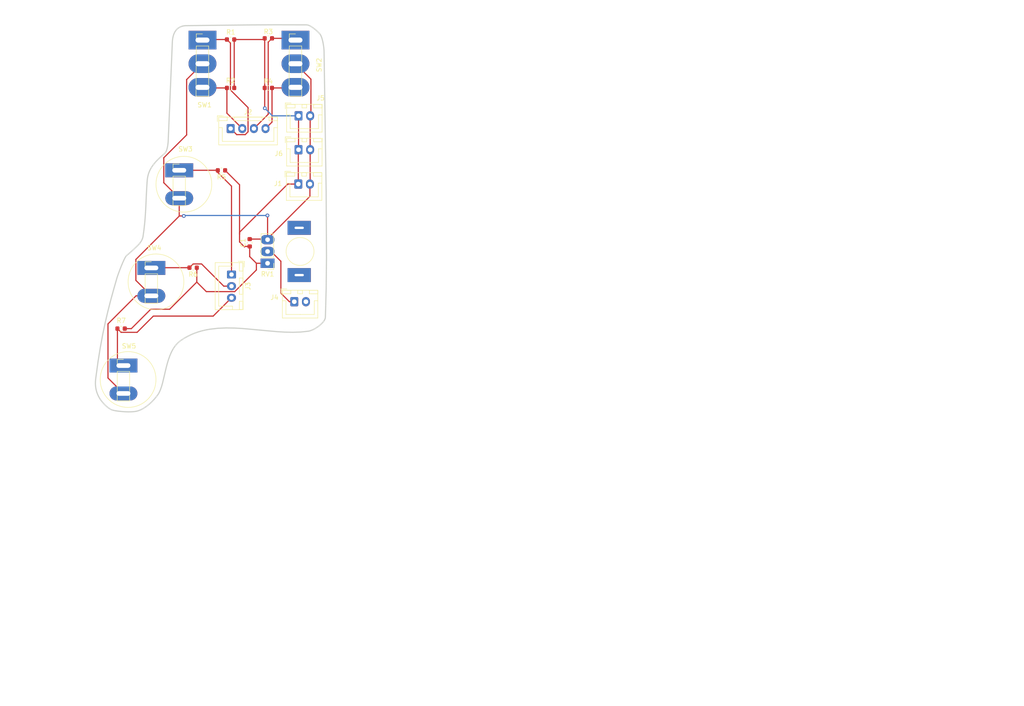
<source format=kicad_pcb>
(kicad_pcb (version 20240225) (generator "pcbnew") (generator_version "8.99")
  (layers (0 "F.Cu" signal) (31 "B.Cu" signal) (34 "B.Paste" user) (35 "F.Paste" user) (36 "B.SilkS" user "B.Silkscreen") (37 "F.SilkS" user "F.Silkscreen") (38 "B.Mask" user) (39 "F.Mask" user) (44 "Edge.Cuts" user))
  (net 0 "")
  (net 1 "GND")
  (net 2 "+3V3")
  (net 3 "Net-(J2-Pin_2)")
  (net 4 "Net-(J2-Pin_4)")
  (net 5 "Net-(J2-Pin_3)")
  (net 6 "Net-(J2-Pin_1)")
  (net 7 "Net-(J3-Pin_3)")
  (net 8 "Net-(J3-Pin_2)")
  (net 9 "Net-(J3-Pin_1)")
  (net 11 "A7")
  (footprint "Remote:Switch_1x02_P6mm" (layer "F.Cu") (at 49 184)
    (property "Reference" "SW4" (at 0.6316 -4.3204 0) (layer "F.SilkS"))
    (property "Value" "SW_Push")
    (fp_line (start -1.39 7.62) (end 1.27 7.62) (stroke (width 0.12)) (layer "F.SilkS"))
    (fp_line (start -1.33 -1.33) (end 0 -1.33) (stroke (width 0.12)) (layer "F.SilkS"))
    (fp_line (start -1.33 0) (end -1.33 -1.33) (stroke (width 0.12)) (layer "F.SilkS"))
    (fp_line (start -1.33 1.27) (end -1.33 7.62) (stroke (width 0.12)) (layer "F.SilkS"))
    (fp_line (start -1.33 1.27) (end 1.33 1.27) (stroke (width 0.12)) (layer "F.SilkS"))
    (fp_line (start 1.33 1.27) (end 1.33 7.62) (stroke (width 0.12)) (layer "F.SilkS"))
    (fp_circle (center 1 3) (end 7 3) (stroke (width 0.12)) (fill none) (layer "F.SilkS"))
    (pad "1" thru_hole rect (at 0 0) (size 6 3) (drill oval 3 1) (layers "*.Cu" "*.Mask") (net 8 "Net-(J3-Pin_2)"))
    (pad "2" thru_hole oval (at 0 6) (size 6 3) (drill oval 3 1) (layers "*.Cu" "*.Mask") (net 1 "GND"))
  )
  (footprint "Remote:Switch_1x02_P6mm" (layer "F.Cu") (at 55 163)
    (property "Reference" "SW3" (at 1.3372 -4.5548 0) (layer "F.SilkS"))
    (property "Value" "SW_Push")
    (fp_line (start -1.39 7.62) (end 1.27 7.62) (stroke (width 0.12)) (layer "F.SilkS"))
    (fp_line (start -1.33 -1.33) (end 0 -1.33) (stroke (width 0.12)) (layer "F.SilkS"))
    (fp_line (start -1.33 0) (end -1.33 -1.33) (stroke (width 0.12)) (layer "F.SilkS"))
    (fp_line (start -1.33 1.27) (end -1.33 7.62) (stroke (width 0.12)) (layer "F.SilkS"))
    (fp_line (start -1.33 1.27) (end 1.33 1.27) (stroke (width 0.12)) (layer "F.SilkS"))
    (fp_line (start 1.33 1.27) (end 1.33 7.62) (stroke (width 0.12)) (layer "F.SilkS"))
    (fp_circle (center 1 3) (end 7 3) (stroke (width 0.12)) (fill none) (layer "F.SilkS"))
    (pad "1" thru_hole rect (at 0 0) (size 6 3) (drill oval 3 1) (layers "*.Cu" "*.Mask") (net 9 "Net-(J3-Pin_1)"))
    (pad "2" thru_hole oval (at 0 6) (size 6 3) (drill oval 3 1) (layers "*.Cu" "*.Mask") (net 1 "GND"))
  )
  (footprint "Resistor_SMD:R_0603_1608Metric" (layer "F.Cu") (at 42.4941 197.0532 180)
    (property "Reference" "R7" (at -0.0255 1.7272 0) (layer "F.SilkS"))
    (property "Value" "10K")
    (fp_line (start -0.162779 0.51) (end 0.162779 0.51) (stroke (width 0.12)) (layer "F.SilkS"))
    (fp_line (start -0.162779 -0.51) (end 0.162779 -0.51) (stroke (width 0.12)) (layer "F.SilkS"))
    (pad "1" smd roundrect (at -0.7875 0 180) (size 0.875 0.95) (layers "F.Cu" "F.Paste" "F.Mask") (net 2 "+3V3"))
    (pad "2" smd roundrect (at 0.7875 0 180) (size 0.875 0.95) (layers "F.Cu" "F.Paste" "F.Mask") (net 7 "Net-(J3-Pin_3)"))
  )
  (footprint "Resistor_SMD:R_0603_1608Metric" (layer "F.Cu") (at 57.9881 183.9468 180)
    (property "Reference" "R6" (at 0 -1.43 0) (layer "F.SilkS"))
    (property "Value" "10K")
    (fp_line (start -0.162779 0.51) (end 0.162779 0.51) (stroke (width 0.12)) (layer "F.SilkS"))
    (fp_line (start -0.162779 -0.51) (end 0.162779 -0.51) (stroke (width 0.12)) (layer "F.SilkS"))
    (pad "1" smd roundrect (at -0.7875 0 180) (size 0.875 0.95) (layers "F.Cu" "F.Paste" "F.Mask") (net 2 "+3V3"))
    (pad "2" smd roundrect (at 0.7875 0 180) (size 0.875 0.95) (layers "F.Cu" "F.Paste" "F.Mask") (net 8 "Net-(J3-Pin_2)"))
  )
  (footprint "Resistor_SMD:R_0603_1608Metric" (layer "F.Cu") (at 64.0843 163.0172 180)
    (property "Reference" "R5" (at 0 -1.43 0) (layer "F.SilkS"))
    (property "Value" "10K")
    (fp_line (start -0.162779 0.51) (end 0.162779 0.51) (stroke (width 0.12)) (layer "F.SilkS"))
    (fp_line (start -0.162779 -0.51) (end 0.162779 -0.51) (stroke (width 0.12)) (layer "F.SilkS"))
    (pad "1" smd roundrect (at -0.7875 0 180) (size 0.875 0.95) (layers "F.Cu" "F.Paste" "F.Mask") (net 2 "+3V3"))
    (pad "2" smd roundrect (at 0.7875 0 180) (size 0.875 0.95) (layers "F.Cu" "F.Paste" "F.Mask") (net 9 "Net-(J3-Pin_1)"))
  )
  (footprint "Resistor_SMD:R_0603_1608Metric" (layer "F.Cu") (at 74.168 145.288)
    (property "Reference" "R4" (at 0 -1.43 0) (layer "F.SilkS"))
    (property "Value" "10k")
    (fp_line (start -0.162779 -0.51) (end 0.162779 -0.51) (stroke (width 0.12)) (layer "F.SilkS"))
    (fp_line (start -0.162779 0.51) (end 0.162779 0.51) (stroke (width 0.12)) (layer "F.SilkS"))
    (pad "1" smd roundrect (at -0.7875 0) (size 0.875 0.95) (layers "F.Cu" "F.Paste" "F.Mask") (net 2 "+3V3"))
    (pad "2" smd roundrect (at 0.7875 0) (size 0.875 0.95) (layers "F.Cu" "F.Paste" "F.Mask") (net 4 "Net-(J2-Pin_4)"))
  )
  (footprint "Resistor_SMD:R_0603_1608Metric" (layer "F.Cu") (at 74.168 134.62)
    (property "Reference" "R3" (at 0 -1.43 0) (layer "F.SilkS"))
    (property "Value" "10k")
    (fp_line (start -0.162779 -0.51) (end 0.162779 -0.51) (stroke (width 0.12)) (layer "F.SilkS"))
    (fp_line (start -0.162779 0.51) (end 0.162779 0.51) (stroke (width 0.12)) (layer "F.SilkS"))
    (pad "1" smd roundrect (at -0.7875 0) (size 0.875 0.95) (layers "F.Cu" "F.Paste" "F.Mask") (net 2 "+3V3"))
    (pad "2" smd roundrect (at 0.7875 0) (size 0.875 0.95) (layers "F.Cu" "F.Paste" "F.Mask") (net 5 "Net-(J2-Pin_3)"))
  )
  (footprint "Resistor_SMD:R_0603_1608Metric" (layer "F.Cu") (at 66.04 145.288 180)
    (property "Reference" "R2" (at 0 1.5748 0) (layer "F.SilkS"))
    (property "Value" "10k")
    (fp_line (start -0.162779 0.51) (end 0.162779 0.51) (stroke (width 0.12)) (layer "F.SilkS"))
    (fp_line (start -0.162779 -0.51) (end 0.162779 -0.51) (stroke (width 0.12)) (layer "F.SilkS"))
    (pad "1" smd roundrect (at -0.7875 0 180) (size 0.875 0.95) (layers "F.Cu" "F.Paste" "F.Mask") (net 2 "+3V3"))
    (pad "2" smd roundrect (at 0.7875 0 180) (size 0.875 0.95) (layers "F.Cu" "F.Paste" "F.Mask") (net 3 "Net-(J2-Pin_2)"))
  )
  (footprint "Resistor_SMD:R_0603_1608Metric" (layer "F.Cu") (at 66.04 134.874 180)
    (property "Reference" "R1" (at -0.0508 1.5748 0) (layer "F.SilkS"))
    (property "Value" "10k")
    (fp_line (start -0.162779 0.51) (end 0.162779 0.51) (stroke (width 0.12)) (layer "F.SilkS"))
    (fp_line (start -0.162779 -0.51) (end 0.162779 -0.51) (stroke (width 0.12)) (layer "F.SilkS"))
    (pad "1" smd roundrect (at -0.7875 0 180) (size 0.875 0.95) (layers "F.Cu" "F.Paste" "F.Mask") (net 2 "+3V3"))
    (pad "2" smd roundrect (at 0.7875 0 180) (size 0.875 0.95) (layers "F.Cu" "F.Paste" "F.Mask") (net 6 "Net-(J2-Pin_1)"))
  )
  (footprint "Remote:Switch_1x03_P5.08mm" (layer "F.Cu") (at 80 135)
    (property "Reference" "SW2" (at 5.09 5.3604 90) (layer "F.SilkS"))
    (property "Value" "SW_SPDT_MSM")
    (fp_line (start -1.39 12.065) (end 1.27 12.065) (stroke (width 0.12)) (layer "F.SilkS"))
    (fp_line (start -1.33 -1.33) (end 0 -1.33) (stroke (width 0.12)) (layer "F.SilkS"))
    (fp_line (start -1.33 0) (end -1.33 -1.33) (stroke (width 0.12)) (layer "F.SilkS"))
    (fp_line (start -1.33 1.27) (end -1.39 12.065) (stroke (width 0.12)) (layer "F.SilkS"))
    (fp_line (start -1.33 1.27) (end 1.33 1.27) (stroke (width 0.12)) (layer "F.SilkS"))
    (fp_line (start 1.33 1.27) (end 1.33 12.065) (stroke (width 0.12)) (layer "F.SilkS"))
    (pad "1" thru_hole rect (at 0 0) (size 6 4) (drill oval 3 1.1) (layers "*.Cu" "*.Mask") (net 5 "Net-(J2-Pin_3)"))
    (pad "2" thru_hole oval (at 0 5.08) (size 6 4) (drill oval 3 1.1) (layers "*.Cu" "*.Mask") (net 1 "GND"))
    (pad "3" thru_hole oval (at 0 10.16) (size 6 4) (drill oval 3 1.1) (layers "*.Cu" "*.Mask") (net 4 "Net-(J2-Pin_4)"))
  )
  (footprint "Remote:Switch_1x03_P5.08mm" (layer "F.Cu") (at 60 135)
    (property "Reference" "SW1" (at 0.452 13.9456 0) (layer "F.SilkS"))
    (property "Value" "SW_SPDT_MSM")
    (fp_line (start -1.39 12.065) (end 1.27 12.065) (stroke (width 0.12)) (layer "F.SilkS"))
    (fp_line (start -1.33 -1.33) (end 0 -1.33) (stroke (width 0.12)) (layer "F.SilkS"))
    (fp_line (start -1.33 0) (end -1.33 -1.33) (stroke (width 0.12)) (layer "F.SilkS"))
    (fp_line (start -1.33 1.27) (end -1.39 12.065) (stroke (width 0.12)) (layer "F.SilkS"))
    (fp_line (start -1.33 1.27) (end 1.33 1.27) (stroke (width 0.12)) (layer "F.SilkS"))
    (fp_line (start 1.33 1.27) (end 1.33 12.065) (stroke (width 0.12)) (layer "F.SilkS"))
    (pad "1" thru_hole rect (at 0 0) (size 6 4) (drill oval 3 1.1) (layers "*.Cu" "*.Mask") (net 6 "Net-(J2-Pin_1)"))
    (pad "2" thru_hole oval (at 0 5.08) (size 6 4) (drill oval 3 1.1) (layers "*.Cu" "*.Mask") (net 1 "GND"))
    (pad "3" thru_hole oval (at 0 10.16) (size 6 4) (drill oval 3 1.1) (layers "*.Cu" "*.Mask") (net 3 "Net-(J2-Pin_2)"))
  )
  (footprint "Remote:Switch_1x02_P6mm" (layer "F.Cu") (at 43 205)
    (property "Reference" "SW5" (at 1.196 -4.1876 0) (layer "F.SilkS"))
    (property "Value" "SW_Push")
    (fp_line (start -1.39 7.62) (end 1.27 7.62) (stroke (width 0.12)) (layer "F.SilkS"))
    (fp_line (start -1.33 -1.33) (end 0 -1.33) (stroke (width 0.12)) (layer "F.SilkS"))
    (fp_line (start -1.33 0) (end -1.33 -1.33) (stroke (width 0.12)) (layer "F.SilkS"))
    (fp_line (start -1.33 1.27) (end -1.33 7.62) (stroke (width 0.12)) (layer "F.SilkS"))
    (fp_line (start -1.33 1.27) (end 1.33 1.27) (stroke (width 0.12)) (layer "F.SilkS"))
    (fp_line (start 1.33 1.27) (end 1.33 7.62) (stroke (width 0.12)) (layer "F.SilkS"))
    (fp_circle (center 1 3) (end 7 3) (stroke (width 0.12)) (fill none) (layer "F.SilkS"))
    (pad "1" thru_hole rect (at 0 0) (size 6 3) (drill oval 3 1) (layers "*.Cu" "*.Mask") (net 7 "Net-(J3-Pin_3)"))
    (pad "2" thru_hole oval (at 0 6) (size 6 3) (drill oval 3 1) (layers "*.Cu" "*.Mask") (net 1 "GND"))
  )
  (footprint "Connector_JST:JST_XH_B4B-XH-A_1x04_P2.50mm_Vertical" (layer "F.Cu") (at 66.0584 154.0256)
    (property "Reference" "J2" (at 3.75 -3.55 0) (layer "F.SilkS"))
    (property "Value" "Conn_01x04")
    (fp_line (start -2.85 -2.75) (end -2.85 -1.5) (stroke (width 0.12)) (layer "F.SilkS"))
    (fp_line (start -2.56 -2.46) (end -2.56 3.51) (stroke (width 0.12)) (layer "F.SilkS"))
    (fp_line (start -2.56 3.51) (end 10.06 3.51) (stroke (width 0.12)) (layer "F.SilkS"))
    (fp_line (start -2.55 -2.45) (end -2.55 -1.7) (stroke (width 0.12)) (layer "F.SilkS"))
    (fp_line (start -2.55 -1.7) (end -0.75 -1.7) (stroke (width 0.12)) (layer "F.SilkS"))
    (fp_line (start -2.55 -0.2) (end -1.8 -0.2) (stroke (width 0.12)) (layer "F.SilkS"))
    (fp_line (start -1.8 -0.2) (end -1.8 2.75) (stroke (width 0.12)) (layer "F.SilkS"))
    (fp_line (start -1.8 2.75) (end 3.75 2.75) (stroke (width 0.12)) (layer "F.SilkS"))
    (fp_line (start -1.6 -2.75) (end -2.85 -2.75) (stroke (width 0.12)) (layer "F.SilkS"))
    (fp_line (start -0.75 -2.45) (end -2.55 -2.45) (stroke (width 0.12)) (layer "F.SilkS"))
    (fp_line (start -0.75 -1.7) (end -0.75 -2.45) (stroke (width 0.12)) (layer "F.SilkS"))
    (fp_line (start 0.75 -2.45) (end 0.75 -1.7) (stroke (width 0.12)) (layer "F.SilkS"))
    (fp_line (start 0.75 -1.7) (end 6.75 -1.7) (stroke (width 0.12)) (layer "F.SilkS"))
    (fp_line (start 6.75 -2.45) (end 0.75 -2.45) (stroke (width 0.12)) (layer "F.SilkS"))
    (fp_line (start 6.75 -1.7) (end 6.75 -2.45) (stroke (width 0.12)) (layer "F.SilkS"))
    (fp_line (start 8.25 -2.45) (end 8.25 -1.7) (stroke (width 0.12)) (layer "F.SilkS"))
    (fp_line (start 8.25 -1.7) (end 10.05 -1.7) (stroke (width 0.12)) (layer "F.SilkS"))
    (fp_line (start 9.3 -0.2) (end 9.3 2.75) (stroke (width 0.12)) (layer "F.SilkS"))
    (fp_line (start 9.3 2.75) (end 3.75 2.75) (stroke (width 0.12)) (layer "F.SilkS"))
    (fp_line (start 10.05 -2.45) (end 8.25 -2.45) (stroke (width 0.12)) (layer "F.SilkS"))
    (fp_line (start 10.05 -1.7) (end 10.05 -2.45) (stroke (width 0.12)) (layer "F.SilkS"))
    (fp_line (start 10.05 -0.2) (end 9.3 -0.2) (stroke (width 0.12)) (layer "F.SilkS"))
    (fp_line (start 10.06 -2.46) (end -2.56 -2.46) (stroke (width 0.12)) (layer "F.SilkS"))
    (fp_line (start 10.06 3.51) (end 10.06 -2.46) (stroke (width 0.12)) (layer "F.SilkS"))
    (pad "1" thru_hole roundrect (at 0 0) (size 1.7 1.95) (drill 0.95) (layers "*.Cu" "*.Mask") (roundrect_rratio 0.147059) (net 6 "Net-(J2-Pin_1)"))
    (pad "2" thru_hole oval (at 2.5 0) (size 1.7 1.95) (drill 0.95) (layers "*.Cu" "*.Mask") (net 3 "Net-(J2-Pin_2)"))
    (pad "3" thru_hole oval (at 5 0) (size 1.7 1.95) (drill 0.95) (layers "*.Cu" "*.Mask") (net 5 "Net-(J2-Pin_3)"))
    (pad "4" thru_hole oval (at 7.5 0) (size 1.7 1.95) (drill 0.95) (layers "*.Cu" "*.Mask") (net 4 "Net-(J2-Pin_4)"))
  )
  (footprint "MountingHole:MountingHole_3.2mm_M3" (layer "F.Cu") (at 50 200)
    (property "Reference" "H2" (hide yes))
    (property "Value" "MountingHole")
    (pad "" np_thru_hole circle (at 0 0) (size 3.2 3.2) (drill 3.2) (layers "*.Cu" "*.Mask"))
  )
  (footprint "MountingHole:MountingHole_3.2mm_M3" (layer "F.Cu") (at 70 165)
    (property "Reference" "H1" (hide yes))
    (property "Value" "MountingHole")
    (pad "" np_thru_hole circle (at 0 0) (size 3.2 3.2) (drill 3.2) (layers "*.Cu" "*.Mask"))
  )
  (footprint "MountingHole:MountingHole_3.2mm_M3" (layer "F.Cu") (at 55 177)
    (property "Reference" "H3" (hide yes))
    (property "Value" "MountingHole")
    (pad "" np_thru_hole circle (at 0 0) (size 3.2 3.2) (drill 3.2) (layers "*.Cu" "*.Mask"))
  )
  (footprint "MountingHole:MountingHole_3.2mm_M3" (layer "F.Cu") (at 70 140)
    (property "Reference" "H4" (hide yes))
    (property "Value" "MountingHole")
    (pad "" np_thru_hole circle (at 0 0) (size 3.2 3.2) (drill 3.2) (layers "*.Cu" "*.Mask"))
  )
  (footprint "Remote:Potentiometer_6mm_axis_square" (layer "F.Cu") (at 74 183 180)
    (property "Reference" "RV1" (at 0 -2.33 0) (layer "F.SilkS"))
    (property "Value" "POT")
    (fp_line (start 1.39 1.27) (end 1.39 6.35) (stroke (width 0.12)) (layer "F.SilkS"))
    (fp_line (start -1.27 6.35) (end 1.39 6.35) (stroke (width 0.12)) (layer "F.SilkS"))
    (fp_line (start -1.33 1.27) (end 1.33 1.27) (stroke (width 0.12)) (layer "F.SilkS"))
    (fp_line (start -1.33 1.27) (end -1.27 6.35) (stroke (width 0.12)) (layer "F.SilkS"))
    (fp_line (start -1.33 0) (end -1.33 -1.33) (stroke (width 0.12)) (layer "F.SilkS"))
    (fp_line (start -1.33 -1.33) (end 0 -1.33) (stroke (width 0.12)) (layer "F.SilkS"))
    (fp_circle (center -6.985 2.54) (end -3.985 2.54) (stroke (width 0.12)) (fill none) (layer "F.SilkS"))
    (pad "" np_thru_hole rect (at -6.8 -2.54 180) (size 5 3) (drill oval 2 0.5) (layers "*.Cu" "*.Mask"))
    (pad "" np_thru_hole rect (at -6.8 7.62 180) (size 5 3) (drill oval 2 0.5) (layers "*.Cu" "*.Mask"))
    (pad "1" thru_hole rect (at 0 0 180) (size 3 2) (drill 1) (layers "*.Cu" "*.Mask") (net 2 "+3V3"))
    (pad "2" thru_hole oval (at 0 2.54 180) (size 3 2) (drill 1) (layers "*.Cu" "*.Mask") (net 11 "A7"))
    (pad "3" thru_hole oval (at 0 5.08 180) (size 3 2) (drill 1) (layers "*.Cu" "*.Mask") (net 1 "GND"))
  )
  (footprint "Connector_JST:JST_XH_B2B-XH-A_1x02_P2.50mm_Vertical" (layer "F.Cu") (at 80.6088 165.9636)
    (property "Reference" "J1" (at -4.358 -0.1016 0) (layer "F.SilkS"))
    (property "Value" "3V3 IN")
    (fp_line (start -2.85 -2.75) (end -2.85 -1.5) (stroke (width 0.12)) (layer "F.SilkS"))
    (fp_line (start -2.56 -2.46) (end -2.56 3.51) (stroke (width 0.12)) (layer "F.SilkS"))
    (fp_line (start -2.56 3.51) (end 5.06 3.51) (stroke (width 0.12)) (layer "F.SilkS"))
    (fp_line (start -2.55 -2.45) (end -2.55 -1.7) (stroke (width 0.12)) (layer "F.SilkS"))
    (fp_line (start -2.55 -1.7) (end -0.75 -1.7) (stroke (width 0.12)) (layer "F.SilkS"))
    (fp_line (start -2.55 -0.2) (end -1.8 -0.2) (stroke (width 0.12)) (layer "F.SilkS"))
    (fp_line (start -1.8 -0.2) (end -1.8 2.75) (stroke (width 0.12)) (layer "F.SilkS"))
    (fp_line (start -1.8 2.75) (end 1.25 2.75) (stroke (width 0.12)) (layer "F.SilkS"))
    (fp_line (start -1.6 -2.75) (end -2.85 -2.75) (stroke (width 0.12)) (layer "F.SilkS"))
    (fp_line (start -0.75 -2.45) (end -2.55 -2.45) (stroke (width 0.12)) (layer "F.SilkS"))
    (fp_line (start -0.75 -1.7) (end -0.75 -2.45) (stroke (width 0.12)) (layer "F.SilkS"))
    (fp_line (start 0.75 -2.45) (end 0.75 -1.7) (stroke (width 0.12)) (layer "F.SilkS"))
    (fp_line (start 0.75 -1.7) (end 1.75 -1.7) (stroke (width 0.12)) (layer "F.SilkS"))
    (fp_line (start 1.75 -2.45) (end 0.75 -2.45) (stroke (width 0.12)) (layer "F.SilkS"))
    (fp_line (start 1.75 -1.7) (end 1.75 -2.45) (stroke (width 0.12)) (layer "F.SilkS"))
    (fp_line (start 3.25 -2.45) (end 3.25 -1.7) (stroke (width 0.12)) (layer "F.SilkS"))
    (fp_line (start 3.25 -1.7) (end 5.05 -1.7) (stroke (width 0.12)) (layer "F.SilkS"))
    (fp_line (start 4.3 -0.2) (end 4.3 2.75) (stroke (width 0.12)) (layer "F.SilkS"))
    (fp_line (start 4.3 2.75) (end 1.25 2.75) (stroke (width 0.12)) (layer "F.SilkS"))
    (fp_line (start 5.05 -2.45) (end 3.25 -2.45) (stroke (width 0.12)) (layer "F.SilkS"))
    (fp_line (start 5.05 -1.7) (end 5.05 -2.45) (stroke (width 0.12)) (layer "F.SilkS"))
    (fp_line (start 5.05 -0.2) (end 4.3 -0.2) (stroke (width 0.12)) (layer "F.SilkS"))
    (fp_line (start 5.06 -2.46) (end -2.56 -2.46) (stroke (width 0.12)) (layer "F.SilkS"))
    (fp_line (start 5.06 3.51) (end 5.06 -2.46) (stroke (width 0.12)) (layer "F.SilkS"))
    (pad "1" thru_hole roundrect (at 0 0) (size 1.7 2) (drill 1) (layers "*.Cu" "*.Mask") (roundrect_rratio 0.147059) (net 2 "+3V3"))
    (pad "2" thru_hole oval (at 2.5 0) (size 1.7 2) (drill 1) (layers "*.Cu" "*.Mask") (net 1 "GND"))
  )
  (footprint "Connector_JST:JST_XH_B3B-XH-A_1x03_P2.50mm_Vertical" (layer "F.Cu") (at 66.2432 185.42 -90)
    (property "Reference" "J3" (at 2.5 -3.55 90) (layer "F.SilkS"))
    (property "Value" "Conn_01x03")
    (fp_line (start -2.56 3.51) (end 7.56 3.51) (stroke (width 0.12)) (layer "F.SilkS"))
    (fp_line (start 7.56 3.51) (end 7.56 -2.46) (stroke (width 0.12)) (layer "F.SilkS"))
    (fp_line (start -1.8 2.75) (end 2.5 2.75) (stroke (width 0.12)) (layer "F.SilkS"))
    (fp_line (start 6.8 2.75) (end 2.5 2.75) (stroke (width 0.12)) (layer "F.SilkS"))
    (fp_line (start -2.55 -0.2) (end -1.8 -0.2) (stroke (width 0.12)) (layer "F.SilkS"))
    (fp_line (start -1.8 -0.2) (end -1.8 2.75) (stroke (width 0.12)) (layer "F.SilkS"))
    (fp_line (start 6.8 -0.2) (end 6.8 2.75) (stroke (width 0.12)) (layer "F.SilkS"))
    (fp_line (start 7.55 -0.2) (end 6.8 -0.2) (stroke (width 0.12)) (layer "F.SilkS"))
    (fp_line (start -2.55 -1.7) (end -0.75 -1.7) (stroke (width 0.12)) (layer "F.SilkS"))
    (fp_line (start -0.75 -1.7) (end -0.75 -2.45) (stroke (width 0.12)) (layer "F.SilkS"))
    (fp_line (start 0.75 -1.7) (end 4.25 -1.7) (stroke (width 0.12)) (layer "F.SilkS"))
    (fp_line (start 4.25 -1.7) (end 4.25 -2.45) (stroke (width 0.12)) (layer "F.SilkS"))
    (fp_line (start 5.75 -1.7) (end 7.55 -1.7) (stroke (width 0.12)) (layer "F.SilkS"))
    (fp_line (start 7.55 -1.7) (end 7.55 -2.45) (stroke (width 0.12)) (layer "F.SilkS"))
    (fp_line (start -2.55 -2.45) (end -2.55 -1.7) (stroke (width 0.12)) (layer "F.SilkS"))
    (fp_line (start -0.75 -2.45) (end -2.55 -2.45) (stroke (width 0.12)) (layer "F.SilkS"))
    (fp_line (start 0.75 -2.45) (end 0.75 -1.7) (stroke (width 0.12)) (layer "F.SilkS"))
    (fp_line (start 4.25 -2.45) (end 0.75 -2.45) (stroke (width 0.12)) (layer "F.SilkS"))
    (fp_line (start 5.75 -2.45) (end 5.75 -1.7) (stroke (width 0.12)) (layer "F.SilkS"))
    (fp_line (start 7.55 -2.45) (end 5.75 -2.45) (stroke (width 0.12)) (layer "F.SilkS"))
    (fp_line (start -2.56 -2.46) (end -2.56 3.51) (stroke (width 0.12)) (layer "F.SilkS"))
    (fp_line (start 7.56 -2.46) (end -2.56 -2.46) (stroke (width 0.12)) (layer "F.SilkS"))
    (fp_line (start -2.85 -2.75) (end -2.85 -1.5) (stroke (width 0.12)) (layer "F.SilkS"))
    (fp_line (start -1.6 -2.75) (end -2.85 -2.75) (stroke (width 0.12)) (layer "F.SilkS"))
    (pad "1" thru_hole roundrect (at 0 0 270) (size 1.7 1.95) (drill 0.95) (layers "*.Cu" "*.Mask") (roundrect_rratio 0.147059) (net 9 "Net-(J3-Pin_1)"))
    (pad "2" thru_hole oval (at 2.5 0 270) (size 1.7 1.95) (drill 0.95) (layers "*.Cu" "*.Mask") (net 8 "Net-(J3-Pin_2)"))
    (pad "3" thru_hole oval (at 5 0 270) (size 1.7 1.95) (drill 0.95) (layers "*.Cu" "*.Mask") (net 7 "Net-(J3-Pin_3)"))
  )
  (footprint "Connector_JST:JST_XH_B2B-XH-A_1x02_P2.50mm_Vertical" (layer "F.Cu") (at 80.6596 158.5722)
    (property "Reference" "J6" (at -4.2564 0.8382 0) (layer "F.SilkS"))
    (property "Value" "STICK POWER")
    (fp_line (start -2.85 -2.75) (end -2.85 -1.5) (stroke (width 0.12)) (layer "F.SilkS"))
    (fp_line (start -2.56 -2.46) (end -2.56 3.51) (stroke (width 0.12)) (layer "F.SilkS"))
    (fp_line (start -2.56 3.51) (end 5.06 3.51) (stroke (width 0.12)) (layer "F.SilkS"))
    (fp_line (start -2.55 -2.45) (end -2.55 -1.7) (stroke (width 0.12)) (layer "F.SilkS"))
    (fp_line (start -2.55 -1.7) (end -0.75 -1.7) (stroke (width 0.12)) (layer "F.SilkS"))
    (fp_line (start -2.55 -0.2) (end -1.8 -0.2) (stroke (width 0.12)) (layer "F.SilkS"))
    (fp_line (start -1.8 -0.2) (end -1.8 2.75) (stroke (width 0.12)) (layer "F.SilkS"))
    (fp_line (start -1.8 2.75) (end 1.25 2.75) (stroke (width 0.12)) (layer "F.SilkS"))
    (fp_line (start -1.6 -2.75) (end -2.85 -2.75) (stroke (width 0.12)) (layer "F.SilkS"))
    (fp_line (start -0.75 -2.45) (end -2.55 -2.45) (stroke (width 0.12)) (layer "F.SilkS"))
    (fp_line (start -0.75 -1.7) (end -0.75 -2.45) (stroke (width 0.12)) (layer "F.SilkS"))
    (fp_line (start 0.75 -2.45) (end 0.75 -1.7) (stroke (width 0.12)) (layer "F.SilkS"))
    (fp_line (start 0.75 -1.7) (end 1.75 -1.7) (stroke (width 0.12)) (layer "F.SilkS"))
    (fp_line (start 1.75 -2.45) (end 0.75 -2.45) (stroke (width 0.12)) (layer "F.SilkS"))
    (fp_line (start 1.75 -1.7) (end 1.75 -2.45) (stroke (width 0.12)) (layer "F.SilkS"))
    (fp_line (start 3.25 -2.45) (end 3.25 -1.7) (stroke (width 0.12)) (layer "F.SilkS"))
    (fp_line (start 3.25 -1.7) (end 5.05 -1.7) (stroke (width 0.12)) (layer "F.SilkS"))
    (fp_line (start 4.3 -0.2) (end 4.3 2.75) (stroke (width 0.12)) (layer "F.SilkS"))
    (fp_line (start 4.3 2.75) (end 1.25 2.75) (stroke (width 0.12)) (layer "F.SilkS"))
    (fp_line (start 5.05 -2.45) (end 3.25 -2.45) (stroke (width 0.12)) (layer "F.SilkS"))
    (fp_line (start 5.05 -1.7) (end 5.05 -2.45) (stroke (width 0.12)) (layer "F.SilkS"))
    (fp_line (start 5.05 -0.2) (end 4.3 -0.2) (stroke (width 0.12)) (layer "F.SilkS"))
    (fp_line (start 5.06 -2.46) (end -2.56 -2.46) (stroke (width 0.12)) (layer "F.SilkS"))
    (fp_line (start 5.06 3.51) (end 5.06 -2.46) (stroke (width 0.12)) (layer "F.SilkS"))
    (pad "1" thru_hole roundrect (at 0 0) (size 1.7 2) (drill 1) (layers "*.Cu" "*.Mask") (roundrect_rratio 0.147059) (net 2 "+3V3"))
    (pad "2" thru_hole oval (at 2.5 0) (size 1.7 2) (drill 1) (layers "*.Cu" "*.Mask") (net 1 "GND"))
  )
  (footprint "Capacitor_SMD:C_0603_1608Metric" (layer "F.Cu") (at 70.1548 178.5875 90)
    (property "Reference" "C1" (at 0 -1.43 90) (layer "F.SilkS"))
    (property "Value" "100n")
    (fp_line (start -0.162779 -0.51) (end 0.162779 -0.51) (stroke (width 0.12)) (layer "F.SilkS"))
    (fp_line (start -0.162779 0.51) (end 0.162779 0.51) (stroke (width 0.12)) (layer "F.SilkS"))
    (pad "1" smd roundrect (at -0.7875 0 90) (size 0.875 0.95) (layers "F.Cu" "F.Paste" "F.Mask") (net 2 "+3V3"))
    (pad "2" smd roundrect (at 0.7875 0 90) (size 0.875 0.95) (layers "F.Cu" "F.Paste" "F.Mask") (net 1 "GND"))
  )
  (footprint "Connector_JST:JST_XH_B2B-XH-A_1x02_P2.50mm_Vertical" (layer "F.Cu") (at 80.6596 151.2824)
    (property "Reference" "J5" (at 4.7352 -3.81 0) (layer "F.SilkS"))
    (property "Value" "3V3 OUT")
    (fp_line (start -2.85 -2.75) (end -2.85 -1.5) (stroke (width 0.12)) (layer "F.SilkS"))
    (fp_line (start -2.56 -2.46) (end -2.56 3.51) (stroke (width 0.12)) (layer "F.SilkS"))
    (fp_line (start -2.56 3.51) (end 5.06 3.51) (stroke (width 0.12)) (layer "F.SilkS"))
    (fp_line (start -2.55 -2.45) (end -2.55 -1.7) (stroke (width 0.12)) (layer "F.SilkS"))
    (fp_line (start -2.55 -1.7) (end -0.75 -1.7) (stroke (width 0.12)) (layer "F.SilkS"))
    (fp_line (start -2.55 -0.2) (end -1.8 -0.2) (stroke (width 0.12)) (layer "F.SilkS"))
    (fp_line (start -1.8 -0.2) (end -1.8 2.75) (stroke (width 0.12)) (layer "F.SilkS"))
    (fp_line (start -1.8 2.75) (end 1.25 2.75) (stroke (width 0.12)) (layer "F.SilkS"))
    (fp_line (start -1.6 -2.75) (end -2.85 -2.75) (stroke (width 0.12)) (layer "F.SilkS"))
    (fp_line (start -0.75 -2.45) (end -2.55 -2.45) (stroke (width 0.12)) (layer "F.SilkS"))
    (fp_line (start -0.75 -1.7) (end -0.75 -2.45) (stroke (width 0.12)) (layer "F.SilkS"))
    (fp_line (start 0.75 -2.45) (end 0.75 -1.7) (stroke (width 0.12)) (layer "F.SilkS"))
    (fp_line (start 0.75 -1.7) (end 1.75 -1.7) (stroke (width 0.12)) (layer "F.SilkS"))
    (fp_line (start 1.75 -2.45) (end 0.75 -2.45) (stroke (width 0.12)) (layer "F.SilkS"))
    (fp_line (start 1.75 -1.7) (end 1.75 -2.45) (stroke (width 0.12)) (layer "F.SilkS"))
    (fp_line (start 3.25 -2.45) (end 3.25 -1.7) (stroke (width 0.12)) (layer "F.SilkS"))
    (fp_line (start 3.25 -1.7) (end 5.05 -1.7) (stroke (width 0.12)) (layer "F.SilkS"))
    (fp_line (start 4.3 -0.2) (end 4.3 2.75) (stroke (width 0.12)) (layer "F.SilkS"))
    (fp_line (start 4.3 2.75) (end 1.25 2.75) (stroke (width 0.12)) (layer "F.SilkS"))
    (fp_line (start 5.05 -2.45) (end 3.25 -2.45) (stroke (width 0.12)) (layer "F.SilkS"))
    (fp_line (start 5.05 -1.7) (end 5.05 -2.45) (stroke (width 0.12)) (layer "F.SilkS"))
    (fp_line (start 5.05 -0.2) (end 4.3 -0.2) (stroke (width 0.12)) (layer "F.SilkS"))
    (fp_line (start 5.06 -2.46) (end -2.56 -2.46) (stroke (width 0.12)) (layer "F.SilkS"))
    (fp_line (start 5.06 3.51) (end 5.06 -2.46) (stroke (width 0.12)) (layer "F.SilkS"))
    (pad "1" thru_hole roundrect (at 0 0) (size 1.7 2) (drill 1) (layers "*.Cu" "*.Mask") (roundrect_rratio 0.147059) (net 2 "+3V3"))
    (pad "2" thru_hole oval (at 2.5 0) (size 1.7 2) (drill 1) (layers "*.Cu" "*.Mask") (net 1 "GND"))
  )
  (footprint "Connector_JST:JST_XH_B2B-XH-A_1x02_P2.50mm_Vertical" (layer "F.Cu") (at 79.7452 191.262)
    (property "Reference" "J4" (at -4.2564 -0.9144 0) (layer "F.SilkS"))
    (property "Value" "Conn_01x02")
    (fp_line (start -2.85 -2.75) (end -2.85 -1.5) (stroke (width 0.12)) (layer "F.SilkS"))
    (fp_line (start -2.56 -2.46) (end -2.56 3.51) (stroke (width 0.12)) (layer "F.SilkS"))
    (fp_line (start -2.56 3.51) (end 5.06 3.51) (stroke (width 0.12)) (layer "F.SilkS"))
    (fp_line (start -2.55 -2.45) (end -2.55 -1.7) (stroke (width 0.12)) (layer "F.SilkS"))
    (fp_line (start -2.55 -1.7) (end -0.75 -1.7) (stroke (width 0.12)) (layer "F.SilkS"))
    (fp_line (start -2.55 -0.2) (end -1.8 -0.2) (stroke (width 0.12)) (layer "F.SilkS"))
    (fp_line (start -1.8 -0.2) (end -1.8 2.75) (stroke (width 0.12)) (layer "F.SilkS"))
    (fp_line (start -1.8 2.75) (end 1.25 2.75) (stroke (width 0.12)) (layer "F.SilkS"))
    (fp_line (start -1.6 -2.75) (end -2.85 -2.75) (stroke (width 0.12)) (layer "F.SilkS"))
    (fp_line (start -0.75 -2.45) (end -2.55 -2.45) (stroke (width 0.12)) (layer "F.SilkS"))
    (fp_line (start -0.75 -1.7) (end -0.75 -2.45) (stroke (width 0.12)) (layer "F.SilkS"))
    (fp_line (start 0.75 -2.45) (end 0.75 -1.7) (stroke (width 0.12)) (layer "F.SilkS"))
    (fp_line (start 0.75 -1.7) (end 1.75 -1.7) (stroke (width 0.12)) (layer "F.SilkS"))
    (fp_line (start 1.75 -2.45) (end 0.75 -2.45) (stroke (width 0.12)) (layer "F.SilkS"))
    (fp_line (start 1.75 -1.7) (end 1.75 -2.45) (stroke (width 0.12)) (layer "F.SilkS"))
    (fp_line (start 3.25 -2.45) (end 3.25 -1.7) (stroke (width 0.12)) (layer "F.SilkS"))
    (fp_line (start 3.25 -1.7) (end 5.05 -1.7) (stroke (width 0.12)) (layer "F.SilkS"))
    (fp_line (start 4.3 -0.2) (end 4.3 2.75) (stroke (width 0.12)) (layer "F.SilkS"))
    (fp_line (start 4.3 2.75) (end 1.25 2.75) (stroke (width 0.12)) (layer "F.SilkS"))
    (fp_line (start 5.05 -2.45) (end 3.25 -2.45) (stroke (width 0.12)) (layer "F.SilkS"))
    (fp_line (start 5.05 -1.7) (end 5.05 -2.45) (stroke (width 0.12)) (layer "F.SilkS"))
    (fp_line (start 5.05 -0.2) (end 4.3 -0.2) (stroke (width 0.12)) (layer "F.SilkS"))
    (fp_line (start 5.06 -2.46) (end -2.56 -2.46) (stroke (width 0.12)) (layer "F.SilkS"))
    (fp_line (start 5.06 3.51) (end 5.06 -2.46) (stroke (width 0.12)) (layer "F.SilkS"))
    (pad "1" thru_hole roundrect (at 0 0) (size 1.7 2) (drill 1) (layers "*.Cu" "*.Mask") (roundrect_rratio 0.147059) (net 11 "A7"))
    (pad "2" thru_hole oval (at 2.5 0) (size 1.7 2) (drill 1) (layers "*.Cu" "*.Mask"))
  )
  (gr_poly (pts (xy 82.388831 131.722828) (xy 82.469931 131.727177) (xy 82.55425 131.738793) (xy 82.641516 131.757314) (xy 82.73146 131.782378) (xy 82.823812 131.813622) (xy 82.918302 131.850685) (xy 83.112613 131.94082) (xy 83.312232 132.049886) (xy 83.514999 132.174988) (xy 83.718751 132.313231) (xy 83.921329 132.461718) (xy 84.120569 132.617554) (xy 84.314312 132.777843) (xy 84.500395 132.93969) (xy 84.676658 133.100198) (xy 84.840939 133.256473) (xy 84.991077 133.405618) (xy 85.124911 133.544738) (xy 85.240279 133.670937) (xy 85.292543 133.735186) (xy 85.343432 133.808259) (xy 85.441019 133.978692) (xy 85.532905 134.177866) (xy 85.618958 134.401409) (xy 85.699041 134.64495) (xy 85.773022 134.904117) (xy 85.840765 135.17454) (xy 85.902137 135.451846) (xy 85.957004 135.731665) (xy 86.00523 136.009626) (xy 86.081225 136.542486) (xy 86.129049 137.015457) (xy 86.147628 137.393569) (xy 86.598935 167.551548) (xy 86.673307 181.810993) (xy 86.603433 188.426962) (xy 86.435809 194.582764) (xy 86.424478 194.701232) (xy 86.399823 194.821373) (xy 86.362512 194.942865) (xy 86.313213 195.065387) (xy 86.252594 195.188618) (xy 86.181322 195.312236) (xy 86.100065 195.435919) (xy 86.00949 195.559346) (xy 85.803061 195.804147) (xy 85.567376 196.044065) (xy 85.307777 196.27653) (xy 85.029606 196.498969) (xy 84.738205 196.708811) (xy 84.438916 196.903483) (xy 84.137081 197.080414) (xy 83.838041 197.237032) (xy 83.54714 197.370764) (xy 83.269719 197.47904) (xy 83.011119 197.559287) (xy 82.776683 197.608933) (xy 81.127746 197.786925) (xy 79.42957 197.844797) (xy 77.690612 197.806923) (xy 75.919329 197.697675) (xy 68.680088 197.034427) (xy 66.874036 196.933918) (xy 65.086401 196.908277) (xy 63.325641 196.981878) (xy 61.600212 197.179094) (xy 60.75339 197.331675) (xy 59.918572 197.524299) (xy 59.096815 197.760014) (xy 58.289178 198.041866) (xy 57.496715 198.372902) (xy 56.720486 198.756169) (xy 55.961546 199.194714) (xy 55.220954 199.691582) (xy 54.91427 199.932456) (xy 54.628053 200.196598) (xy 54.361267 200.482457) (xy 54.112876 200.788482) (xy 53.881843 201.113123) (xy 53.667133 201.454829) (xy 53.467708 201.81205) (xy 53.282532 202.183235) (xy 52.950784 202.961293) (xy 52.663596 203.776599) (xy 52.412679 204.616749) (xy 52.189742 205.469338) (xy 51.41197 208.755978) (xy 51.204568 209.484686) (xy 50.9754 210.151403) (xy 50.716176 210.743724) (xy 50.572702 211.00811) (xy 50.418605 211.249245) (xy 50.234283 211.496314) (xy 50.050066 211.732459) (xy 49.866164 211.957905) (xy 49.682786 212.17288) (xy 49.500142 212.377611) (xy 49.318441 212.572323) (xy 49.137892 212.757244) (xy 48.958706 212.932601) (xy 48.605256 213.255529) (xy 48.259767 213.54292) (xy 47.923915 213.796588) (xy 47.599375 214.018348) (xy 47.287822 214.210013) (xy 46.990932 214.373398) (xy 46.71038 214.510317) (xy 46.447841 214.622583) (xy 46.204992 214.712011) (xy 45.983507 214.780414) (xy 45.785062 214.829608) (xy 45.611333 214.861405) (xy 45.255577 214.904876) (xy 44.883011 214.934144) (xy 44.498235 214.950403) (xy 44.105852 214.954852) (xy 43.710465 214.948687) (xy 43.316676 214.933106) (xy 42.929085 214.909305) (xy 42.552297 214.878483) (xy 42.190913 214.841835) (xy 41.849534 214.80056) (xy 41.532764 214.755853) (xy 41.245203 214.708913) (xy 40.991456 214.660937) (xy 40.776122 214.613121) (xy 40.603805 214.566662) (xy 40.479107 214.522759) (xy 40.309601 214.44311) (xy 40.138316 214.348282) (xy 39.966116 214.239829) (xy 39.793862 214.119302) (xy 39.622418 213.988256) (xy 39.452645 213.848242) (xy 39.285406 213.700815) (xy 39.121564 213.547527) (xy 38.96198 213.389932) (xy 38.807516 213.229582) (xy 38.659037 213.068031) (xy 38.517402 212.906831) (xy 38.383476 212.747535) (xy 38.25812 212.591698) (xy 38.142197 212.440871) (xy 38.036569 212.296608) (xy 37.866331 212.024519) (xy 37.711656 211.750904) (xy 37.572331 211.475545) (xy 37.448143 211.198223) (xy 37.338877 210.91872) (xy 37.24432 210.636819) (xy 37.164257 210.352301) (xy 37.098477 210.064948) (xy 37.046763 209.774543) (xy 37.008904 209.480866) (xy 36.984685 209.183701) (xy 36.973893 208.882829) (xy 36.976313 208.578031) (xy 36.991732 208.269091) (xy 37.019937 207.95579) (xy 37.060714 207.637909) (xy 37.51905 204.263792) (xy 38.008886 201.191475) (xy 38.530084 198.368478) (xy 39.082503 195.742321) (xy 39.666002 193.260524) (xy 40.280442 190.870609) (xy 40.925682 188.520095) (xy 41.601583 186.156502) (xy 41.722631 185.782278) (xy 41.929402 185.195309) (xy 42.198454 184.469849) (xy 42.50635 183.680148) (xy 42.829649 182.900459) (xy 43.144911 182.205036) (xy 43.292204 181.912127) (xy 43.428698 181.668129) (xy 43.551463 181.482323) (xy 43.606781 181.414143) (xy 43.657569 181.363991) (xy 43.951527 181.114057) (xy 44.259318 180.847625) (xy 44.575509 180.569293) (xy 44.894671 180.283661) (xy 45.21137 179.995327) (xy 45.520177 179.708891) (xy 45.815658 179.428951) (xy 46.092384 179.160107) (xy 46.192802 179.058446) (xy 46.291271 178.95318) (xy 46.387357 178.844458) (xy 46.480626 178.732433) (xy 46.570641 178.617256) (xy 46.656969 178.499078) (xy 46.739175 178.378051) (xy 46.816823 178.254326) (xy 46.889479 178.128053) (xy 46.956709 177.999386) (xy 47.018076 177.868474) (xy 47.073147 177.73547) (xy 47.121487 177.600525) (xy 47.162661 177.46379) (xy 47.196234 177.325416) (xy 47.22177 177.185555) (xy 47.440252 175.576583) (xy 47.599986 174.053771) (xy 47.714738 172.593169) (xy 47.79827 171.170825) (xy 47.926726 168.345105) (xy 47.999176 166.893827) (xy 48.095459 165.385002) (xy 48.127636 165.02968) (xy 48.173696 164.679719) (xy 48.236436 164.333439) (xy 48.318648 163.989163) (xy 48.423128 163.645213) (xy 48.552669 163.299909) (xy 48.710067 162.951574) (xy 48.898114 162.59853) (xy 49.119606 162.239098) (xy 49.377337 161.871599) (xy 49.674101 161.494357) (xy 50.012692 161.105692) (xy 50.395905 160.703925) (xy 50.826534 160.28738) (xy 51.307373 159.854377) (xy 51.841217 159.403238) (xy 51.905444 159.344573) (xy 51.966119 159.277448) (xy 52.023343 159.202541) (xy 52.077213 159.120528) (xy 52.12783 159.032086) (xy 52.175292 158.937892) (xy 52.219699 158.838624) (xy 52.261149 158.734958) (xy 52.335578 158.517138) (xy 52.399373 158.289849) (xy 52.453326 158.058507) (xy 52.498232 157.828525) (xy 52.534883 157.605319) (xy 52.564073 157.394306) (xy 52.603244 157.030513) (xy 52.626964 156.687492) (xy 53.521823 135.360556) (xy 53.542562 135.064718) (xy 53.577649 134.764474) (xy 53.628823 134.463026) (xy 53.697819 134.163573) (xy 53.786376 133.869317) (xy 53.838533 133.725139) (xy 53.896231 133.58346) (xy 53.959688 133.44468) (xy 54.029121 133.309201) (xy 54.104747 133.177421) (xy 54.186784 133.049742) (xy 54.275448 132.926563) (xy 54.370956 132.808284) (xy 54.473527 132.695306) (xy 54.583376 132.588028) (xy 54.700722 132.486851) (xy 54.82578 132.392175) (xy 54.95877 132.3044) (xy 55.099907 132.223926) (xy 55.249408 132.151153) (xy 55.407492 132.086482) (xy 55.574375 132.030312) (xy 55.750274 131.983044) (xy 55.935407 131.945078) (xy 56.12999 131.916813) (xy 56.334241 131.89865) (xy 56.548377 131.89099) (xy 69.677353 131.741015) (xy 75.7575 131.704349)) (stroke (width 0.264582)) (fill none) (layer "Edge.Cuts"))
  (segment (start 55 169) (end 51.675 165.675) (width 0.25) (layer "F.Cu") (net 1))
  (segment (start 39.675 207.675) (end 39.675 196.037) (width 0.25) (layer "F.Cu") (net 1))
  (segment (start 56.5912 155.3972) (end 56.5912 143.4888) (width 0.25) (layer "F.Cu") (net 1))
  (segment (start 73.88 177.8) (end 74 177.92) (width 0.25) (layer "F.Cu") (net 1))
  (segment (start 45.712 190) (end 49 190) (width 0.25) (layer "F.Cu") (net 1))
  (segment (start 39.675 196.037) (end 45.712 190) (width 0.25) (layer "F.Cu") (net 1))
  (segment (start 83.1596 158.5722) (end 83.1596 165.9128) (width 0.25) (layer "F.Cu") (net 1))
  (segment (start 55.0284 172.8216) (end 55 172.85) (width 0.25) (layer "F.Cu") (net 1))
  (segment (start 74 177.92) (end 74 172.7552) (width 0.25) (layer "F.Cu") (net 1))
  (segment (start 56.5912 143.4888) (end 60 140.08) (width 0.25) (layer "F.Cu") (net 1))
  (segment (start 51.675 165.675) (end 51.675 160.3134) (width 0.25) (layer "F.Cu") (net 1))
  (segment (start 70.1548 177.8) (end 73.88 177.8) (width 0.25) (layer "F.Cu") (net 1))
  (segment (start 83.1088 168.6052) (end 83.1088 165.9636) (width 0.25) (layer "F.Cu") (net 1))
  (segment (start 51.675 160.3134) (end 56.5912 155.3972) (width 0.25) (layer "F.Cu") (net 1))
  (segment (start 74 172.7552) (end 73.9648 172.72) (width 0.25) (layer "F.Cu") (net 1))
  (segment (start 55.9816 172.8216) (end 55.0284 172.8216) (width 0.25) (layer "F.Cu") (net 1))
  (segment (start 83.325 151.117) (end 83.1596 151.2824) (width 0.25) (layer "F.Cu") (net 1))
  (segment (start 45.675 186.675) (end 49 190) (width 0.25) (layer "F.Cu") (net 1))
  (segment (start 74 177.92) (end 74 177.714) (width 0.25) (layer "F.Cu") (net 1))
  (segment (start 55 169) (end 55 172.85) (width 0.25) (layer "F.Cu") (net 1))
  (segment (start 43 211) (end 39.675 207.675) (width 0.25) (layer "F.Cu") (net 1))
  (segment (start 83.1596 151.2824) (end 83.1596 158.5722) (width 0.25) (layer "F.Cu") (net 1))
  (segment (start 80 140.08) (end 83.325 143.405) (width 0.25) (layer "F.Cu") (net 1))
  (segment (start 83.325 143.405) (end 83.325 151.117) (width 0.25) (layer "F.Cu") (net 1))
  (segment (start 74 177.714) (end 83.1088 168.6052) (width 0.25) (layer "F.Cu") (net 1))
  (segment (start 83.1596 165.9128) (end 83.1088 165.9636) (width 0.25) (layer "F.Cu") (net 1))
  (segment (start 45.675 182.175) (end 45.675 186.675) (width 0.25) (layer "F.Cu") (net 1))
  (segment (start 55 172.85) (end 45.675 182.175) (width 0.25) (layer "F.Cu") (net 1))
  (via (at 73.9648 172.72) (size 0.8) (drill 0.4) (layers "F.Cu" "B.Cu") (net 1))
  (via (at 55.9816 172.8216) (size 0.8) (drill 0.4) (layers "F.Cu" "B.Cu") (net 1))
  (segment (start 73.9648 172.72) (end 56.0832 172.72) (width 0.25) (layer "B.Cu") (net 1))
  (segment (start 56.0832 172.72) (end 55.9816 172.8216) (width 0.25) (layer "B.Cu") (net 1))
  (segment (start 80.6596 151.2824) (end 80.6596 158.5722) (width 0.25) (layer "F.Cu") (net 2))
  (segment (start 73.3805 145.288) (end 73.3805 149.6313) (width 0.25) (layer "F.Cu") (net 2))
  (segment (start 80.6088 165.9636) (end 80.6088 158.623) (width 0.25) (layer "F.Cu") (net 2))
  (segment (start 67.9704 176.3268) (end 67.9704 176.7332) (width 0.25) (layer "F.Cu") (net 2))
  (segment (start 69.0372 179.4764) (end 69.1386 179.375) (width 0.25) (layer "F.Cu") (net 2))
  (segment (start 80.6088 165.9636) (end 78.3336 165.9636) (width 0.25) (layer "F.Cu") (net 2))
  (segment (start 67.9704 176.7332) (end 67.9704 178.4096) (width 0.25) (layer "F.Cu") (net 2))
  (segment (start 66.8275 145.288) (end 66.8275 134.874) (width 0.25) (layer "F.Cu") (net 2))
  (segment (start 44.704 197.0532) (end 48.8696 192.8876) (width 0.25) (layer "F.Cu") (net 2))
  (segment (start 69.1386 179.375) (end 70.1548 179.375) (width 0.25) (layer "F.Cu") (net 2))
  (segment (start 64.8718 163.0172) (end 67.9704 166.1158) (width 0.25) (layer "F.Cu") (net 2))
  (segment (start 71.5956 184.4364) (end 71.5956 183) (width 0.25) (layer "F.Cu") (net 2))
  (segment (start 78.3336 165.9636) (end 67.9704 176.3268) (width 0.25) (layer "F.Cu") (net 2))
  (segment (start 67.9704 178.4096) (end 69.0372 179.4764) (width 0.25) (layer "F.Cu") (net 2))
  (segment (start 58.7756 187.0456) (end 60.825 189.095) (width 0.25) (layer "F.Cu") (net 2))
  (segment (start 66.8275 134.874) (end 73.1265 134.874) (width 0.25) (layer "F.Cu") (net 2))
  (segment (start 43.2816 197.0532) (end 44.704 197.0532) (width 0.25) (layer "F.Cu") (net 2))
  (segment (start 70.1548 181.5592) (end 71.5956 183) (width 0.25) (layer "F.Cu") (net 2))
  (segment (start 73.3805 134.62) (end 73.3805 145.288) (width 0.25) (layer "F.Cu") (net 2))
  (segment (start 66.937 189.095) (end 71.5956 184.4364) (width 0.25) (layer "F.Cu") (net 2))
  (segment (start 52.9336 192.8876) (end 58.7756 187.0456) (width 0.25) (layer "F.Cu") (net 2))
  (segment (start 58.7756 187.0456) (end 58.7756 183.9468) (width 0.25) (layer "F.Cu") (net 2))
  (segment (start 67.9704 166.1158) (end 67.9704 176.7332) (width 0.25) (layer "F.Cu") (net 2))
  (segment (start 73.1265 134.874) (end 73.3805 134.62) (width 0.25) (layer "F.Cu") (net 2))
  (segment (start 48.8696 192.8876) (end 52.9336 192.8876) (width 0.25) (layer "F.Cu") (net 2))
  (segment (start 73.3805 149.6313) (end 73.406 149.6568) (width 0.25) (layer "F.Cu") (net 2))
  (segment (start 80.6088 158.623) (end 80.6596 158.5722) (width 0.25) (layer "F.Cu") (net 2))
  (segment (start 70.1548 179.375) (end 70.1548 181.5592) (width 0.25) (layer "F.Cu") (net 2))
  (segment (start 60.825 189.095) (end 66.937 189.095) (width 0.25) (layer "F.Cu") (net 2))
  (segment (start 71.5956 183) (end 74 183) (width 0.25) (layer "F.Cu") (net 2))
  (via (at 73.406 149.6568) (size 0.8) (drill 0.4) (layers "F.Cu" "B.Cu") (net 2))
  (segment (start 75.0316 151.2824) (end 80.6596 151.2824) (width 0.25) (layer "B.Cu") (net 2))
  (segment (start 73.406 149.6568) (end 75.0316 151.2824) (width 0.25) (layer "B.Cu") (net 2))
  (segment (start 65.2525 145.288) (end 60.128 145.288) (width 0.25) (layer "F.Cu") (net 3))
  (segment (start 65.2525 145.288) (end 65.2525 150.7197) (width 0.25) (layer "F.Cu") (net 3))
  (segment (start 65.2525 150.7197) (end 68.5584 154.0256) (width 0.25) (layer "F.Cu") (net 3))
  (segment (start 60.128 145.288) (end 60 145.16) (width 0.25) (layer "F.Cu") (net 3))
  (segment (start 79.872 145.288) (end 80 145.16) (width 0.25) (layer "F.Cu") (net 4))
  (segment (start 74.9555 145.288) (end 79.872 145.288) (width 0.25) (layer "F.Cu") (net 4))
  (segment (start 73.5584 154.0256) (end 74.9555 152.6285) (width 0.25) (layer "F.Cu") (net 4))
  (segment (start 74.9555 152.6285) (end 74.9555 145.288) (width 0.25) (layer "F.Cu") (net 4))
  (segment (start 71.0584 154.0256) (end 74.143 150.941) (width 0.25) (layer "F.Cu") (net 5))
  (segment (start 74.143 150.941) (end 74.143 135.4325) (width 0.25) (layer "F.Cu") (net 5))
  (segment (start 79.62 134.62) (end 80 135) (width 0.25) (layer "F.Cu") (net 5))
  (segment (start 74.9555 134.62) (end 79.62 134.62) (width 0.25) (layer "F.Cu") (net 5))
  (segment (start 74.143 135.4325) (end 74.9555 134.62) (width 0.25) (layer "F.Cu") (net 5))
  (segment (start 66.015 135.6365) (end 65.2525 134.874) (width 0.25) (layer "F.Cu") (net 6))
  (segment (start 60.126 134.874) (end 60 135) (width 0.25) (layer "F.Cu") (net 6))
  (segment (start 67.3584 155.3256) (end 69.195101 155.3256) (width 0.25) (layer "F.Cu") (net 6))
  (segment (start 69.195101 155.3256) (end 69.7992 154.721501) (width 0.25) (layer "F.Cu") (net 6))
  (segment (start 69.7992 154.721501) (end 69.7992 149.50974) (width 0.25) (layer "F.Cu") (net 6))
  (segment (start 66.015 145.72554) (end 66.015 135.6365) (width 0.25) (layer "F.Cu") (net 6))
  (segment (start 65.2525 134.874) (end 60.126 134.874) (width 0.25) (layer "F.Cu") (net 6))
  (segment (start 69.7992 149.50974) (end 66.015 145.72554) (width 0.25) (layer "F.Cu") (net 6))
  (segment (start 66.0584 154.0256) (end 67.3584 155.3256) (width 0.25) (layer "F.Cu") (net 6))
  (segment (start 41.7066 203.7066) (end 43 205) (width 0.25) (layer "F.Cu") (net 7))
  (segment (start 62.3024 194.3608) (end 66.2432 190.42) (width 0.25) (layer "F.Cu") (net 7))
  (segment (start 45.936 197.8532) (end 49.4284 194.3608) (width 0.25) (layer "F.Cu") (net 7))
  (segment (start 41.7066 197.0532) (end 41.7066 203.7066) (width 0.25) (layer "F.Cu") (net 7))
  (segment (start 42.5066 197.8532) (end 45.936 197.8532) (width 0.25) (layer "F.Cu") (net 7))
  (segment (start 49.4284 194.3608) (end 62.3024 194.3608) (width 0.25) (layer "F.Cu") (net 7))
  (segment (start 41.7066 197.0532) (end 42.5066 197.8532) (width 0.25) (layer "F.Cu") (net 7))
  (segment (start 57.2006 183.9468) (end 49.0532 183.9468) (width 0.25) (layer "F.Cu") (net 8))
  (segment (start 49.0532 183.9468) (end 49 184) (width 0.25) (layer "F.Cu") (net 8))
  (segment (start 58.0006 183.1468) (end 59.8044 183.1468) (width 0.25) (layer "F.Cu") (net 8))
  (segment (start 64.5776 187.92) (end 66.2432 187.92) (width 0.25) (layer "F.Cu") (net 8))
  (segment (start 59.8044 183.1468) (end 64.5776 187.92) (width 0.25) (layer "F.Cu") (net 8))
  (segment (start 57.2006 183.9468) (end 58.0006 183.1468) (width 0.25) (layer "F.Cu") (net 8))
  (segment (start 63.2968 163.0172) (end 63.2968 163.4744) (width 0.25) (layer "F.Cu") (net 9))
  (segment (start 63.2968 163.4744) (end 66.2432 166.4208) (width 0.25) (layer "F.Cu") (net 9))
  (segment (start 63.2796 163) (end 63.2968 163.0172) (width 0.25) (layer "F.Cu") (net 9))
  (segment (start 66.2432 166.4208) (end 66.2432 185.42) (width 0.25) (layer "F.Cu") (net 9))
  (segment (start 55 163) (end 63.2796 163) (width 0.25) (layer "F.Cu") (net 9))
  (segment (start 76.8604 182.5704) (end 76.8604 189.4332) (width 0.25) (layer "F.Cu") (net 11))
  (segment (start 76.8604 189.4332) (end 78.6892 191.262) (width 0.25) (layer "F.Cu") (net 11))
  (segment (start 74 180.46) (end 74.75 180.46) (width 0.25) (layer "F.Cu") (net 11))
  (segment (start 74.75 180.46) (end 76.8604 182.5704) (width 0.25) (layer "F.Cu") (net 11))
  (segment (start 78.6892 191.262) (end 79.7452 191.262) (width 0.25) (layer "F.Cu") (net 11))
)
</source>
